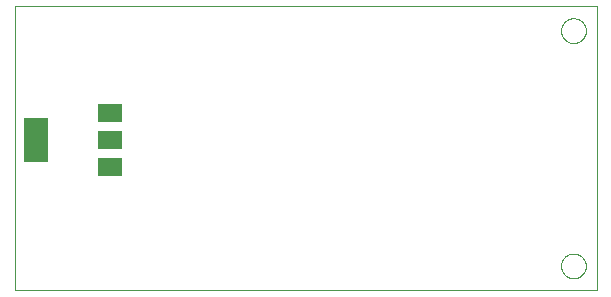
<source format=gbp>
G75*
%MOIN*%
%OFA0B0*%
%FSLAX25Y25*%
%IPPOS*%
%LPD*%
%AMOC8*
5,1,8,0,0,1.08239X$1,22.5*
%
%ADD10C,0.00000*%
%ADD11R,0.07900X0.05900*%
%ADD12R,0.07900X0.15000*%
D10*
X0013381Y0008000D02*
X0013381Y0102488D01*
X0207431Y0102488D01*
X0207431Y0008000D01*
X0013381Y0008000D01*
X0195547Y0016000D02*
X0195549Y0016128D01*
X0195555Y0016256D01*
X0195565Y0016383D01*
X0195579Y0016511D01*
X0195596Y0016637D01*
X0195618Y0016763D01*
X0195644Y0016889D01*
X0195673Y0017013D01*
X0195706Y0017137D01*
X0195743Y0017259D01*
X0195784Y0017380D01*
X0195829Y0017500D01*
X0195877Y0017619D01*
X0195929Y0017736D01*
X0195985Y0017851D01*
X0196044Y0017965D01*
X0196106Y0018076D01*
X0196172Y0018186D01*
X0196241Y0018293D01*
X0196314Y0018399D01*
X0196390Y0018502D01*
X0196469Y0018602D01*
X0196551Y0018701D01*
X0196636Y0018796D01*
X0196724Y0018889D01*
X0196815Y0018979D01*
X0196908Y0019066D01*
X0197005Y0019151D01*
X0197103Y0019232D01*
X0197205Y0019310D01*
X0197308Y0019385D01*
X0197414Y0019457D01*
X0197522Y0019526D01*
X0197632Y0019591D01*
X0197745Y0019652D01*
X0197859Y0019711D01*
X0197974Y0019765D01*
X0198092Y0019816D01*
X0198210Y0019864D01*
X0198331Y0019907D01*
X0198452Y0019947D01*
X0198575Y0019983D01*
X0198699Y0020016D01*
X0198824Y0020044D01*
X0198949Y0020069D01*
X0199075Y0020089D01*
X0199202Y0020106D01*
X0199330Y0020119D01*
X0199457Y0020128D01*
X0199585Y0020133D01*
X0199713Y0020134D01*
X0199841Y0020131D01*
X0199969Y0020124D01*
X0200096Y0020113D01*
X0200223Y0020098D01*
X0200350Y0020080D01*
X0200476Y0020057D01*
X0200601Y0020030D01*
X0200725Y0020000D01*
X0200848Y0019966D01*
X0200971Y0019928D01*
X0201092Y0019886D01*
X0201211Y0019840D01*
X0201329Y0019791D01*
X0201446Y0019738D01*
X0201561Y0019682D01*
X0201674Y0019622D01*
X0201785Y0019559D01*
X0201894Y0019492D01*
X0202001Y0019422D01*
X0202106Y0019348D01*
X0202208Y0019272D01*
X0202308Y0019192D01*
X0202406Y0019109D01*
X0202501Y0019023D01*
X0202593Y0018934D01*
X0202682Y0018843D01*
X0202769Y0018749D01*
X0202852Y0018652D01*
X0202933Y0018552D01*
X0203010Y0018451D01*
X0203085Y0018346D01*
X0203156Y0018240D01*
X0203223Y0018131D01*
X0203288Y0018021D01*
X0203348Y0017908D01*
X0203406Y0017794D01*
X0203459Y0017678D01*
X0203509Y0017560D01*
X0203556Y0017441D01*
X0203599Y0017320D01*
X0203638Y0017198D01*
X0203673Y0017075D01*
X0203704Y0016951D01*
X0203732Y0016826D01*
X0203755Y0016700D01*
X0203775Y0016574D01*
X0203791Y0016447D01*
X0203803Y0016320D01*
X0203811Y0016192D01*
X0203815Y0016064D01*
X0203815Y0015936D01*
X0203811Y0015808D01*
X0203803Y0015680D01*
X0203791Y0015553D01*
X0203775Y0015426D01*
X0203755Y0015300D01*
X0203732Y0015174D01*
X0203704Y0015049D01*
X0203673Y0014925D01*
X0203638Y0014802D01*
X0203599Y0014680D01*
X0203556Y0014559D01*
X0203509Y0014440D01*
X0203459Y0014322D01*
X0203406Y0014206D01*
X0203348Y0014092D01*
X0203288Y0013979D01*
X0203223Y0013869D01*
X0203156Y0013760D01*
X0203085Y0013654D01*
X0203010Y0013549D01*
X0202933Y0013448D01*
X0202852Y0013348D01*
X0202769Y0013251D01*
X0202682Y0013157D01*
X0202593Y0013066D01*
X0202501Y0012977D01*
X0202406Y0012891D01*
X0202308Y0012808D01*
X0202208Y0012728D01*
X0202106Y0012652D01*
X0202001Y0012578D01*
X0201894Y0012508D01*
X0201785Y0012441D01*
X0201674Y0012378D01*
X0201561Y0012318D01*
X0201446Y0012262D01*
X0201329Y0012209D01*
X0201211Y0012160D01*
X0201092Y0012114D01*
X0200971Y0012072D01*
X0200848Y0012034D01*
X0200725Y0012000D01*
X0200601Y0011970D01*
X0200476Y0011943D01*
X0200350Y0011920D01*
X0200223Y0011902D01*
X0200096Y0011887D01*
X0199969Y0011876D01*
X0199841Y0011869D01*
X0199713Y0011866D01*
X0199585Y0011867D01*
X0199457Y0011872D01*
X0199330Y0011881D01*
X0199202Y0011894D01*
X0199075Y0011911D01*
X0198949Y0011931D01*
X0198824Y0011956D01*
X0198699Y0011984D01*
X0198575Y0012017D01*
X0198452Y0012053D01*
X0198331Y0012093D01*
X0198210Y0012136D01*
X0198092Y0012184D01*
X0197974Y0012235D01*
X0197859Y0012289D01*
X0197745Y0012348D01*
X0197632Y0012409D01*
X0197522Y0012474D01*
X0197414Y0012543D01*
X0197308Y0012615D01*
X0197205Y0012690D01*
X0197103Y0012768D01*
X0197005Y0012849D01*
X0196908Y0012934D01*
X0196815Y0013021D01*
X0196724Y0013111D01*
X0196636Y0013204D01*
X0196551Y0013299D01*
X0196469Y0013398D01*
X0196390Y0013498D01*
X0196314Y0013601D01*
X0196241Y0013707D01*
X0196172Y0013814D01*
X0196106Y0013924D01*
X0196044Y0014035D01*
X0195985Y0014149D01*
X0195929Y0014264D01*
X0195877Y0014381D01*
X0195829Y0014500D01*
X0195784Y0014620D01*
X0195743Y0014741D01*
X0195706Y0014863D01*
X0195673Y0014987D01*
X0195644Y0015111D01*
X0195618Y0015237D01*
X0195596Y0015363D01*
X0195579Y0015489D01*
X0195565Y0015617D01*
X0195555Y0015744D01*
X0195549Y0015872D01*
X0195547Y0016000D01*
X0195547Y0094400D02*
X0195549Y0094528D01*
X0195555Y0094656D01*
X0195565Y0094783D01*
X0195579Y0094911D01*
X0195596Y0095037D01*
X0195618Y0095163D01*
X0195644Y0095289D01*
X0195673Y0095413D01*
X0195706Y0095537D01*
X0195743Y0095659D01*
X0195784Y0095780D01*
X0195829Y0095900D01*
X0195877Y0096019D01*
X0195929Y0096136D01*
X0195985Y0096251D01*
X0196044Y0096365D01*
X0196106Y0096476D01*
X0196172Y0096586D01*
X0196241Y0096693D01*
X0196314Y0096799D01*
X0196390Y0096902D01*
X0196469Y0097002D01*
X0196551Y0097101D01*
X0196636Y0097196D01*
X0196724Y0097289D01*
X0196815Y0097379D01*
X0196908Y0097466D01*
X0197005Y0097551D01*
X0197103Y0097632D01*
X0197205Y0097710D01*
X0197308Y0097785D01*
X0197414Y0097857D01*
X0197522Y0097926D01*
X0197632Y0097991D01*
X0197745Y0098052D01*
X0197859Y0098111D01*
X0197974Y0098165D01*
X0198092Y0098216D01*
X0198210Y0098264D01*
X0198331Y0098307D01*
X0198452Y0098347D01*
X0198575Y0098383D01*
X0198699Y0098416D01*
X0198824Y0098444D01*
X0198949Y0098469D01*
X0199075Y0098489D01*
X0199202Y0098506D01*
X0199330Y0098519D01*
X0199457Y0098528D01*
X0199585Y0098533D01*
X0199713Y0098534D01*
X0199841Y0098531D01*
X0199969Y0098524D01*
X0200096Y0098513D01*
X0200223Y0098498D01*
X0200350Y0098480D01*
X0200476Y0098457D01*
X0200601Y0098430D01*
X0200725Y0098400D01*
X0200848Y0098366D01*
X0200971Y0098328D01*
X0201092Y0098286D01*
X0201211Y0098240D01*
X0201329Y0098191D01*
X0201446Y0098138D01*
X0201561Y0098082D01*
X0201674Y0098022D01*
X0201785Y0097959D01*
X0201894Y0097892D01*
X0202001Y0097822D01*
X0202106Y0097748D01*
X0202208Y0097672D01*
X0202308Y0097592D01*
X0202406Y0097509D01*
X0202501Y0097423D01*
X0202593Y0097334D01*
X0202682Y0097243D01*
X0202769Y0097149D01*
X0202852Y0097052D01*
X0202933Y0096952D01*
X0203010Y0096851D01*
X0203085Y0096746D01*
X0203156Y0096640D01*
X0203223Y0096531D01*
X0203288Y0096421D01*
X0203348Y0096308D01*
X0203406Y0096194D01*
X0203459Y0096078D01*
X0203509Y0095960D01*
X0203556Y0095841D01*
X0203599Y0095720D01*
X0203638Y0095598D01*
X0203673Y0095475D01*
X0203704Y0095351D01*
X0203732Y0095226D01*
X0203755Y0095100D01*
X0203775Y0094974D01*
X0203791Y0094847D01*
X0203803Y0094720D01*
X0203811Y0094592D01*
X0203815Y0094464D01*
X0203815Y0094336D01*
X0203811Y0094208D01*
X0203803Y0094080D01*
X0203791Y0093953D01*
X0203775Y0093826D01*
X0203755Y0093700D01*
X0203732Y0093574D01*
X0203704Y0093449D01*
X0203673Y0093325D01*
X0203638Y0093202D01*
X0203599Y0093080D01*
X0203556Y0092959D01*
X0203509Y0092840D01*
X0203459Y0092722D01*
X0203406Y0092606D01*
X0203348Y0092492D01*
X0203288Y0092379D01*
X0203223Y0092269D01*
X0203156Y0092160D01*
X0203085Y0092054D01*
X0203010Y0091949D01*
X0202933Y0091848D01*
X0202852Y0091748D01*
X0202769Y0091651D01*
X0202682Y0091557D01*
X0202593Y0091466D01*
X0202501Y0091377D01*
X0202406Y0091291D01*
X0202308Y0091208D01*
X0202208Y0091128D01*
X0202106Y0091052D01*
X0202001Y0090978D01*
X0201894Y0090908D01*
X0201785Y0090841D01*
X0201674Y0090778D01*
X0201561Y0090718D01*
X0201446Y0090662D01*
X0201329Y0090609D01*
X0201211Y0090560D01*
X0201092Y0090514D01*
X0200971Y0090472D01*
X0200848Y0090434D01*
X0200725Y0090400D01*
X0200601Y0090370D01*
X0200476Y0090343D01*
X0200350Y0090320D01*
X0200223Y0090302D01*
X0200096Y0090287D01*
X0199969Y0090276D01*
X0199841Y0090269D01*
X0199713Y0090266D01*
X0199585Y0090267D01*
X0199457Y0090272D01*
X0199330Y0090281D01*
X0199202Y0090294D01*
X0199075Y0090311D01*
X0198949Y0090331D01*
X0198824Y0090356D01*
X0198699Y0090384D01*
X0198575Y0090417D01*
X0198452Y0090453D01*
X0198331Y0090493D01*
X0198210Y0090536D01*
X0198092Y0090584D01*
X0197974Y0090635D01*
X0197859Y0090689D01*
X0197745Y0090748D01*
X0197632Y0090809D01*
X0197522Y0090874D01*
X0197414Y0090943D01*
X0197308Y0091015D01*
X0197205Y0091090D01*
X0197103Y0091168D01*
X0197005Y0091249D01*
X0196908Y0091334D01*
X0196815Y0091421D01*
X0196724Y0091511D01*
X0196636Y0091604D01*
X0196551Y0091699D01*
X0196469Y0091798D01*
X0196390Y0091898D01*
X0196314Y0092001D01*
X0196241Y0092107D01*
X0196172Y0092214D01*
X0196106Y0092324D01*
X0196044Y0092435D01*
X0195985Y0092549D01*
X0195929Y0092664D01*
X0195877Y0092781D01*
X0195829Y0092900D01*
X0195784Y0093020D01*
X0195743Y0093141D01*
X0195706Y0093263D01*
X0195673Y0093387D01*
X0195644Y0093511D01*
X0195618Y0093637D01*
X0195596Y0093763D01*
X0195579Y0093889D01*
X0195565Y0094017D01*
X0195555Y0094144D01*
X0195549Y0094272D01*
X0195547Y0094400D01*
D11*
X0045181Y0066900D03*
X0045181Y0057900D03*
X0045181Y0048900D03*
D12*
X0020381Y0058000D03*
M02*

</source>
